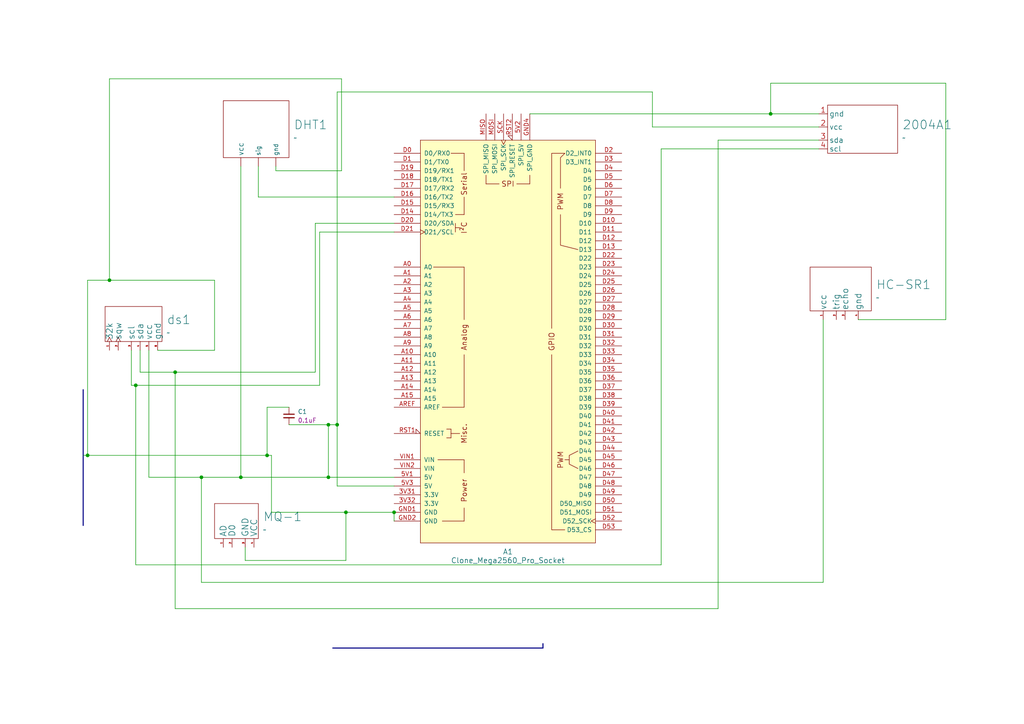
<source format=kicad_sch>
(kicad_sch (version 20250114) (generator "eeschema") (generator_version "9.0")
  (paper "A4")
  (lib_symbols
    (symbol "PCM_4ms_Capacitor:100nF_0603_16V" (pin_numbers (hide yes)) (pin_names (offset 0.254) (hide yes))
      (property "Reference" "C" (at 1.905 1.27 0))
      (property "Display" "0.1uF" (at 1.905 -1.27 0))
      (symbol "100nF_0603_16V_0_1"
        (polyline (pts (xy -1.524 0.508) (xy 1.524 0.508)) (stroke (width 0.3048)))
        (polyline (pts (xy -1.524 -0.508) (xy 1.524 -0.508)) (stroke (width 0.3302)))
      )
      (symbol "100nF_0603_16V_1_1"
        (pin passive line (at 0 2.54 270) (length 2.032) (name "~") (number "1"))
        (pin passive line (at 0 -2.54 90) (length 2.032) (name "~") (number "2"))
      )
    )
    (symbol "PCM_arduino-library:Clone_Mega2560_Pro_Socket" (pin_names (offset 1.016))
      (property "Reference" "A" (at 0 -62.23 0))
      (property "Value" "Clone_Mega2560_Pro_Socket" (at 0 -66.04 0))
      (symbol "Clone_Mega2560_Pro_Socket_0_0"
        (rectangle (start -25.4 -58.42) (end 25.4 58.42) (fill (type background)))
        (polyline (pts (xy -21.59 21.59) (xy -12.7 21.59)))
        (rectangle (start -20.32 -34.29) (end -12.7 -34.29))
        (rectangle (start -19.05 -19.05) (end -12.7 -19.05))
        (rectangle (start -19.05 -52.07) (end -12.7 -52.07))
        (rectangle (start -17.78 -25.4) (end -16.51 -25.4))
        (rectangle (start -17.78 -27.94) (end -16.51 -27.94))
        (rectangle (start -16.51 54.61) (end -12.7 54.61))
        (rectangle (start -16.51 -25.4) (end -16.51 -27.94))
        (rectangle (start -16.51 -26.67) (end -13.97 -26.67))
        (rectangle (start -15.24 36.83) (end -12.7 36.83))
        (rectangle (start -15.24 34.29) (end -15.24 31.75))
        (rectangle (start -15.24 33.02) (end -13.97 33.02))
        (rectangle (start -12.7 49.53) (end -12.7 54.61))
        (rectangle (start -12.7 41.91) (end -12.7 36.83))
        (polyline (pts (xy -12.7 6.35) (xy -12.7 21.59)))
        (polyline (pts (xy -12.7 -19.05) (xy -12.7 -3.81)))
        (rectangle (start -12.7 -34.29) (end -12.7 -38.1))
        (rectangle (start -12.7 -48.26) (end -12.7 -52.07))
        (rectangle (start -6.35 48.26) (end -6.35 45.72))
        (rectangle (start -2.54 45.72) (end -6.35 45.72))
        (rectangle (start 6.35 48.26) (end 6.35 45.72))
        (rectangle (start 6.35 45.72) (end 2.54 45.72))
        (polyline (pts (xy 12.7 54.61) (xy 16.51 54.61)))
        (polyline (pts (xy 12.7 -54.61) (xy 16.51 -54.61)))
        (polyline (pts (xy 15.24 44.45) (xy 15.24 53.34) (xy 16.51 54.61)))
        (polyline (pts (xy 15.24 36.83) (xy 15.24 27.94) (xy 20.32 26.67)))
        (polyline (pts (xy 17.78 -34.29) (xy 16.51 -34.29)))
        (polyline (pts (xy 20.32 -31.75) (xy 17.78 -33.02) (xy 17.78 -35.56) (xy 20.32 -36.83)))
        (text "Serial" (at -12.7 45.72 900) (effects (font (size 1.524 1.524))))
        (text "I²C" (at -12.7 33.02 900) (effects (font (size 1.524 1.524))))
        (text "Analog" (at -12.7 1.27 900) (effects (font (size 1.524 1.524))))
        (text "Misc." (at -12.7 -26.67 900) (effects (font (size 1.524 1.524))))
        (text "Power" (at -12.7 -43.18 900) (effects (font (size 1.524 1.524))))
        (text "SPI" (at 0 45.72 0) (effects (font (size 1.524 1.524))))
        (text "PWM" (at 15.24 40.64 900) (effects (font (size 1.524 1.524))))
        (text "PWM" (at 15.24 -34.29 900) (effects (font (size 1.524 1.524))))
      )
      (symbol "Clone_Mega2560_Pro_Socket_1_0"
        (rectangle (start 12.7 54.61) (end 12.7 3.81))
        (rectangle (start 12.7 -54.61) (end 12.7 -3.81))
        (text "GPIO" (at 12.7 0 900) (effects (font (size 1.524 1.524))))
      )
      (symbol "Clone_Mega2560_Pro_Socket_1_1"
        (pin bidirectional line (at -33.02 54.61 0) (length 7.62) (name "D0/RX0") (number "D0"))
        (pin bidirectional line (at -33.02 52.07 0) (length 7.62) (name "D1/TX0") (number "D1"))
        (pin bidirectional line (at -33.02 49.53 0) (length 7.62) (name "D19/RX1") (number "D19"))
        (pin bidirectional line (at -33.02 46.99 0) (length 7.62) (name "D18/TX1") (number "D18"))
        (pin bidirectional line (at -33.02 44.45 0) (length 7.62) (name "D17/RX2") (number "D17"))
        (pin bidirectional line (at -33.02 41.91 0) (length 7.62) (name "D16/TX2") (number "D16"))
        (pin bidirectional line (at -33.02 39.37 0) (length 7.62) (name "D15/RX3") (number "D15"))
        (pin bidirectional line (at -33.02 36.83 0) (length 7.62) (name "D14/TX3") (number "D14"))
        (pin bidirectional line (at -33.02 34.29 0) (length 7.62) (name "D20/SDA") (number "D20"))
        (pin bidirectional clock (at -33.02 31.75 0) (length 7.62) (name "D21/SCL") (number "D21"))
        (pin bidirectional line (at -33.02 21.59 0) (length 7.62) (name "A0") (number "A0"))
        (pin bidirectional line (at -33.02 19.05 0) (length 7.62) (name "A1") (number "A1"))
        (pin bidirectional line (at -33.02 16.51 0) (length 7.62) (name "A2") (number "A2"))
        (pin bidirectional line (at -33.02 13.97 0) (length 7.62) (name "A3") (number "A3"))
        (pin bidirectional line (at -33.02 11.43 0) (length 7.62) (name "A4") (number "A4"))
        (pin bidirectional line (at -33.02 8.89 0) (length 7.62) (name "A5") (number "A5"))
        (pin bidirectional line (at -33.02 6.35 0) (length 7.62) (name "A6") (number "A6"))
        (pin bidirectional line (at -33.02 3.81 0) (length 7.62) (name "A7") (number "A7"))
        (pin bidirectional line (at -33.02 1.27 0) (length 7.62) (name "A8") (number "A8"))
        (pin bidirectional line (at -33.02 -1.27 0) (length 7.62) (name "A9") (number "A9"))
        (pin bidirectional line (at -33.02 -3.81 0) (length 7.62) (name "A10") (number "A10"))
        (pin bidirectional line (at -33.02 -6.35 0) (length 7.62) (name "A11") (number "A11"))
        (pin bidirectional line (at -33.02 -8.89 0) (length 7.62) (name "A12") (number "A12"))
        (pin bidirectional line (at -33.02 -11.43 0) (length 7.62) (name "A13") (number "A13"))
        (pin bidirectional line (at -33.02 -13.97 0) (length 7.62) (name "A14") (number "A14"))
        (pin bidirectional line (at -33.02 -16.51 0) (length 7.62) (name "A15") (number "A15"))
        (pin input line (at -33.02 -19.05 0) (length 7.62) (name "AREF") (number "AREF"))
        (pin open_collector input_low (at -33.02 -26.67 0) (length 7.62) (name "RESET") (number "RST1"))
        (pin power_in line (at -33.02 -34.29 0) (length 7.62) (name "VIN") (number "VIN1"))
        (pin power_in line (at -33.02 -36.83 0) (length 7.62) (name "VIN") (number "VIN2"))
        (pin power_in line (at -33.02 -39.37 0) (length 7.62) (name "5V") (number "5V1"))
        (pin power_in line (at -33.02 -41.91 0) (length 7.62) (name "5V") (number "5V3"))
        (pin power_out line (at -33.02 -44.45 0) (length 7.62) (name "3.3V") (number "3V31"))
        (pin power_out line (at -33.02 -46.99 0) (length 7.62) (name "3.3V") (number "3V32"))
        (pin power_in line (at -33.02 -49.53 0) (length 7.62) (name "GND") (number "GND1"))
        (pin power_in line (at -33.02 -52.07 0) (length 7.62) (name "GND") (number "GND2"))
        (pin input line (at -6.35 66.04 270) (length 7.62) (name "SPI_MISO") (number "MISO"))
        (pin output line (at -3.81 66.04 270) (length 7.62) (name "SPI_MOSI") (number "MOSI"))
        (pin output clock (at -1.27 66.04 270) (length 7.62) (name "SPI_SCK") (number "SCK"))
        (pin open_collector input_low (at 1.27 66.04 270) (length 7.62) (name "SPI_RESET") (number "RST2"))
        (pin power_in line (at 3.81 66.04 270) (length 7.62) (name "SPI_5V") (number "5V2"))
        (pin power_in line (at 6.35 66.04 270) (length 7.62) (name "SPI_GND") (number "GND4"))
        (pin bidirectional line (at 33.02 54.61 180) (length 7.62) (name "D2_INT0") (number "D2"))
        (pin bidirectional line (at 33.02 52.07 180) (length 7.62) (name "D3_INT1") (number "D3"))
        (pin bidirectional line (at 33.02 49.53 180) (length 7.62) (name "D4") (number "D4"))
        (pin bidirectional line (at 33.02 46.99 180) (length 7.62) (name "D5") (number "D5"))
        (pin bidirectional line (at 33.02 44.45 180) (length 7.62) (name "D6") (number "D6"))
        (pin bidirectional line (at 33.02 41.91 180) (length 7.62) (name "D7") (number "D7"))
        (pin bidirectional line (at 33.02 39.37 180) (length 7.62) (name "D8") (number "D8"))
        (pin bidirectional line (at 33.02 36.83 180) (length 7.62) (name "D9") (number "D9"))
        (pin bidirectional line (at 33.02 34.29 180) (length 7.62) (name "D10") (number "D10"))
        (pin bidirectional line (at 33.02 31.75 180) (length 7.62) (name "D11") (number "D11"))
        (pin bidirectional line (at 33.02 29.21 180) (length 7.62) (name "D12") (number "D12"))
        (pin bidirectional line (at 33.02 26.67 180) (length 7.62) (name "D13") (number "D13"))
        (pin bidirectional line (at 33.02 24.13 180) (length 7.62) (name "D22") (number "D22"))
        (pin bidirectional line (at 33.02 21.59 180) (length 7.62) (name "D23") (number "D23"))
        (pin bidirectional line (at 33.02 19.05 180) (length 7.62) (name "D24") (number "D24"))
        (pin bidirectional line (at 33.02 16.51 180) (length 7.62) (name "D25") (number "D25"))
        (pin bidirectional line (at 33.02 13.97 180) (length 7.62) (name "D26") (number "D26"))
        (pin bidirectional line (at 33.02 11.43 180) (length 7.62) (name "D27") (number "D27"))
        (pin bidirectional line (at 33.02 8.89 180) (length 7.62) (name "D28") (number "D28"))
        (pin bidirectional line (at 33.02 6.35 180) (length 7.62) (name "D29") (number "D29"))
        (pin bidirectional line (at 33.02 3.81 180) (length 7.62) (name "D30") (number "D30"))
        (pin bidirectional line (at 33.02 1.27 180) (length 7.62) (name "D31") (number "D31"))
        (pin bidirectional line (at 33.02 -1.27 180) (length 7.62) (name "D32") (number "D32"))
        (pin bidirectional line (at 33.02 -3.81 180) (length 7.62) (name "D33") (number "D33"))
        (pin bidirectional line (at 33.02 -6.35 180) (length 7.62) (name "D34") (number "D34"))
        (pin bidirectional line (at 33.02 -8.89 180) (length 7.62) (name "D35") (number "D35"))
        (pin bidirectional line (at 33.02 -11.43 180) (length 7.62) (name "D36") (number "D36"))
        (pin bidirectional line (at 33.02 -13.97 180) (length 7.62) (name "D37") (number "D37"))
        (pin bidirectional line (at 33.02 -16.51 180) (length 7.62) (name "D38") (number "D38"))
        (pin bidirectional line (at 33.02 -19.05 180) (length 7.62) (name "D39") (number "D39"))
        (pin bidirectional line (at 33.02 -21.59 180) (length 7.62) (name "D40") (number "D40"))
        (pin bidirectional line (at 33.02 -24.13 180) (length 7.62) (name "D41") (number "D41"))
        (pin bidirectional line (at 33.02 -26.67 180) (length 7.62) (name "D42") (number "D42"))
        (pin bidirectional line (at 33.02 -29.21 180) (length 7.62) (name "D43") (number "D43"))
        (pin bidirectional line (at 33.02 -31.75 180) (length 7.62) (name "D44") (number "D44"))
        (pin bidirectional line (at 33.02 -34.29 180) (length 7.62) (name "D45") (number "D45"))
        (pin bidirectional line (at 33.02 -36.83 180) (length 7.62) (name "D46") (number "D46"))
        (pin bidirectional line (at 33.02 -39.37 180) (length 7.62) (name "D47") (number "D47"))
        (pin bidirectional line (at 33.02 -41.91 180) (length 7.62) (name "D48") (number "D48"))
        (pin bidirectional line (at 33.02 -44.45 180) (length 7.62) (name "D49") (number "D49"))
        (pin bidirectional line (at 33.02 -46.99 180) (length 7.62) (name "D50_MISO") (number "D50"))
        (pin bidirectional line (at 33.02 -49.53 180) (length 7.62) (name "D51_MOSI") (number "D51"))
        (pin bidirectional clock (at 33.02 -52.07 180) (length 7.62) (name "D52_SCK") (number "D52"))
        (pin bidirectional line (at 33.02 -54.61 180) (length 7.62) (name "D53_CS") (number "D53"))
      )
    )
    (symbol "my symbols:2004A"
      (property "Reference" "2004A" (at 8.382 4.826 0))
      (symbol "2004A_0_1"
        (rectangle (start -3.81 11.43) (end 16.51 -2.54))
      )
      (symbol "2004A_1_1"
        (pin input line (at -6.35 8.89 0) (length 2.54) (name "gnd") (number "1"))
        (pin input line (at -6.35 5.08 0) (length 2.54) (name "vcc") (number "2"))
        (pin bidirectional line (at -6.35 1.27 0) (length 2.54) (name "sda") (number "3"))
        (pin bidirectional line (at -6.35 -1.27 0) (length 2.54) (name "scl") (number "4"))
      )
    )
    (symbol "my symbols:DHT11"
      (property "Reference" "DHT11" (at -2.54 2.286 0))
      (symbol "DHT11_1_1"
        (rectangle (start -12.7 7.62) (end 6.35 -8.89))
        (pin input line (at -7.62 -11.43 90) (length 2.54) (name "vcc") (number ""))
        (pin output line (at -2.54 -11.43 90) (length 2.54) (name "sig") (number ""))
        (pin input line (at 2.54 -11.43 90) (length 2.54) (name "gnd") (number ""))
      )
    )
    (symbol "my symbols:DS3231"
      (property "Reference" "ds3231" (at 0 2.54 0))
      (symbol "DS3231_0_1"
        (rectangle (start -7.62 5.08) (end 8.89 -5.08))
      )
      (symbol "DS3231_1_1"
        (pin output clock (at -6.35 -7.62 90) (length 2.54) (name "32k") (number "1"))
        (pin output clock (at -3.81 -7.62 90) (length 2.54) (name "sqw") (number "2"))
        (pin bidirectional line (at 0 -7.62 90) (length 2.54) (name "scl") (number "3"))
        (pin bidirectional line (at 2.54 -7.62 90) (length 2.54) (name "sda") (number "4"))
        (pin input line (at 5.08 -7.62 90) (length 2.54) (name "vcc") (number "5"))
        (pin input line (at 7.62 -7.62 90) (length 2.54) (name "gnd") (number "6"))
      )
    )
    (symbol "my symbols:HC-SR04" (pin_names (offset 0.254))
      (property "Reference" "HC-SR04" (at 0 6.096 0))
      (symbol "HC-SR04_0_1"
        (rectangle (start -8.89 10.16) (end 8.89 -2.54))
      )
      (symbol "HC-SR04_1_1"
        (pin input line (at -5.08 -5.08 90) (length 2.54) (name "vcc") (number "1"))
        (pin input line (at -1.27 -5.08 90) (length 2.54) (name "trig") (number "2"))
        (pin output line (at 1.27 -5.08 90) (length 2.54) (name "echo") (number "3"))
        (pin input line (at 5.08 -5.08 90) (length 2.54) (name "gnd") (number "4"))
      )
    )
    (symbol "my symbols:MQ-2"
      (property "Reference" "MQ-2" (at -1.27 4.064 0))
      (symbol "MQ-2_0_1"
        (rectangle (start -7.62 6.35) (end 5.08 -3.81))
      )
      (symbol "MQ-2_1_1"
        (pin input line (at -5.08 -6.35 90) (length 2.54) (name "AD") (number "1"))
        (pin input line (at -2.54 -6.35 90) (length 2.54) (name "D0") (number "2"))
        (pin input line (at 1.27 -6.35 90) (length 2.54) (name "GND") (number "3"))
        (pin input line (at 3.81 -6.35 90) (length 2.54) (name "VCC") (number "4"))
      )
    )
  )
  (junction (at 223.52 33.02))
  (junction (at 114.3 148.59))
  (junction (at 95.25 123.19))
  (junction (at 39.37 111.76))
  (junction (at 58.42 138.43))
  (junction (at 77.47 132.08))
  (junction (at 97.79 123.19))
  (junction (at 69.85 138.43))
  (junction (at 31.75 81.28))
  (junction (at 25.4 132.08))
  (junction (at 50.8 107.95))
  (junction (at 100.33 148.59))
  (junction (at 95.25 138.43))
  (wire (pts (xy 100.33 162.56) (xy 100.33 148.59)))
  (wire (pts (xy 24.13 132.08) (xy 25.4 132.08)))
  (wire (pts (xy 92.71 111.76) (xy 92.71 67.31)))
  (wire (pts (xy 237.49 40.64) (xy 208.28 40.64)))
  (wire (pts (xy 191.77 43.18) (xy 191.77 163.83)))
  (wire (pts (xy 77.47 132.08) (xy 77.47 118.11)))
  (wire (pts (xy 69.85 138.43) (xy 95.25 138.43)))
  (wire (pts (xy 99.06 22.86) (xy 31.75 22.86)))
  (wire (pts (xy 189.23 36.83) (xy 189.23 26.67)))
  (wire (pts (xy 92.71 67.31) (xy 114.3 67.31)))
  (wire (pts (xy 274.32 92.71) (xy 274.32 24.13)))
  (wire (pts (xy 71.12 158.75) (xy 71.12 162.56)))
  (wire (pts (xy 191.77 163.83) (xy 39.37 163.83)))
  (wire (pts (xy 39.37 111.76) (xy 39.37 163.83)))
  (bus (pts (xy 24.13 113.03) (xy 24.13 152.4)))
  (wire (pts (xy 114.3 148.59) (xy 114.3 151.13)))
  (wire (pts (xy 248.92 92.71) (xy 274.32 92.71)))
  (wire (pts (xy 91.44 107.95) (xy 91.44 64.77)))
  (wire (pts (xy 97.79 140.97) (xy 114.3 140.97)))
  (wire (pts (xy 31.75 22.86) (xy 31.75 81.28)))
  (wire (pts (xy 153.67 33.02) (xy 223.52 33.02)))
  (wire (pts (xy 40.64 107.95) (xy 50.8 107.95)))
  (wire (pts (xy 238.76 92.71) (xy 238.76 168.91)))
  (wire (pts (xy 38.1 101.6) (xy 38.1 111.76)))
  (wire (pts (xy 74.93 57.15) (xy 114.3 57.15)))
  (wire (pts (xy 74.93 48.26) (xy 74.93 57.15)))
  (wire (pts (xy 97.79 123.19) (xy 97.79 140.97)))
  (wire (pts (xy 62.23 81.28) (xy 31.75 81.28)))
  (wire (pts (xy 58.42 168.91) (xy 58.42 138.43)))
  (wire (pts (xy 95.25 138.43) (xy 95.25 123.19)))
  (wire (pts (xy 80.01 49.53) (xy 99.06 49.53)))
  (bus (pts (xy 96.52 187.96) (xy 157.48 187.96)))
  (wire (pts (xy 25.4 81.28) (xy 25.4 132.08)))
  (wire (pts (xy 77.47 132.08) (xy 78.74 132.08)))
  (wire (pts (xy 223.52 33.02) (xy 237.49 33.02)))
  (wire (pts (xy 71.12 162.56) (xy 100.33 162.56)))
  (bus (pts (xy 157.48 186.69) (xy 157.48 187.96)))
  (wire (pts (xy 58.42 138.43) (xy 69.85 138.43)))
  (wire (pts (xy 91.44 64.77) (xy 114.3 64.77)))
  (wire (pts (xy 80.01 48.26) (xy 80.01 49.53)))
  (wire (pts (xy 38.1 111.76) (xy 39.37 111.76)))
  (wire (pts (xy 238.76 168.91) (xy 58.42 168.91)))
  (wire (pts (xy 237.49 36.83) (xy 189.23 36.83)))
  (wire (pts (xy 69.85 48.26) (xy 69.85 138.43)))
  (wire (pts (xy 100.33 148.59) (xy 78.74 148.59)))
  (wire (pts (xy 31.75 81.28) (xy 25.4 81.28)))
  (wire (pts (xy 43.18 138.43) (xy 58.42 138.43)))
  (wire (pts (xy 62.23 101.6) (xy 62.23 81.28)))
  (wire (pts (xy 95.25 123.19) (xy 97.79 123.19)))
  (wire (pts (xy 208.28 176.53) (xy 50.8 176.53)))
  (wire (pts (xy 78.74 148.59) (xy 78.74 132.08)))
  (wire (pts (xy 97.79 26.67) (xy 97.79 123.19)))
  (wire (pts (xy 50.8 107.95) (xy 91.44 107.95)))
  (wire (pts (xy 274.32 24.13) (xy 223.52 24.13)))
  (wire (pts (xy 45.72 101.6) (xy 62.23 101.6)))
  (wire (pts (xy 223.52 24.13) (xy 223.52 33.02)))
  (wire (pts (xy 39.37 111.76) (xy 92.71 111.76)))
  (wire (pts (xy 114.3 148.59) (xy 100.33 148.59)))
  (wire (pts (xy 40.64 101.6) (xy 40.64 107.95)))
  (wire (pts (xy 208.28 40.64) (xy 208.28 176.53)))
  (wire (pts (xy 43.18 101.6) (xy 43.18 138.43)))
  (wire (pts (xy 25.4 132.08) (xy 77.47 132.08)))
  (wire (pts (xy 95.25 123.19) (xy 83.82 123.19)))
  (wire (pts (xy 99.06 49.53) (xy 99.06 22.86)))
  (wire (pts (xy 237.49 43.18) (xy 191.77 43.18)))
  (wire (pts (xy 189.23 26.67) (xy 97.79 26.67)))
  (wire (pts (xy 50.8 176.53) (xy 50.8 107.95)))
  (wire (pts (xy 77.47 118.11) (xy 83.82 118.11)))
  (wire (pts (xy 95.25 138.43) (xy 114.3 138.43)))
  (symbol (lib_id "my symbols:DHT11") (at 77.47 36.83 0) (unit 1)
    (property "Reference" "DHT1" (at 85.09 36.1949 0) (effects (font (size 2.54 2.54)) (justify left)))
    (property "Value" "~" (at 85.09 40.0049 0) (effects (justify left)))
  )
  (symbol (lib_id "PCM_arduino-library:Clone_Mega2560_Pro_Socket") (at 147.32 99.06 0) (unit 1)
    (property "Reference" "A1" (at 147.32 160.02 0) (effects (font (size 1.524 1.524))))
    (property "Value" "Clone_Mega2560_Pro_Socket" (at 147.32 162.56 0) (effects (font (size 1.524 1.524))))
    (property "Footprint" "PCM_arduino-library:Clone_Mega2560_Pro_Socket" (effects (hide yes)))
    (property "Datasheet" "https://www.pcboard.ca/mega-2560-pro" (effects (hide yes)))
    (property "Description" "Socket for Common Unofficial Mega2560 Pro Clone" (effects (hide yes)))
  )
  (symbol (lib_id "my symbols:2004A") (at 243.84 41.91 0) (unit 1)
    (property "Reference" "2004A1" (at 261.62 36.1949 0) (effects (font (size 2.54 2.54)) (justify left)))
    (property "Value" "~" (at 261.62 40.0049 0) (effects (justify left)))
  )
  (symbol (lib_id "my symbols:HC-SR04") (at 243.84 87.63 0) (unit 1)
    (property "Reference" "HC-SR1" (at 254 82.5499 0) (effects (font (size 2.54 2.54)) (justify left)))
    (property "Value" "~" (at 254 86.3599 0) (effects (justify left)))
  )
  (symbol (lib_id "my symbols:DS3231") (at 38.1 93.98 0) (unit 1)
    (property "Reference" "ds1" (at 48.26 92.7099 0) (effects (font (size 2.54 2.54)) (justify left)))
    (property "Value" "~" (at 48.26 96.5199 0) (effects (justify left)))
  )
  (symbol (lib_id "my symbols:MQ-2") (at 69.85 152.4 0) (unit 1)
    (property "Reference" "MQ-1" (at 76.2 149.8599 0) (effects (font (size 2.54 2.54)) (justify left)))
    (property "Value" "~" (at 76.2 153.6699 0) (effects (justify left)))
  )
  (symbol (lib_id "PCM_4ms_Capacitor:100nF_0603_16V") (at 83.82 120.65 0) (unit 1)
    (property "Reference" "C1" (at 86.36 119.3862 0) (effects (justify left)))
    (property "Value" "100nF_0603_16V" (effects (hide yes)))
    (property "Footprint" "4ms_Capacitor:C_0603" (effects (hide yes)))
    (property "Description" "0.1uF, Min. 16V 10%, X7R or X5R or similar" (effects (hide yes)))
    (property "Specifications" "0.1uF, Min. 16V 10%, X7R or X5R or similar" (effects (hide yes)))
    (property "Manufacturer" "AVX Corporation" (effects (hide yes)))
    (property "Part Number" "0603YC104KAT2A" (effects (hide yes)))
    (property "Display" "0.1uF" (at 86.36 121.9262 0) (effects (justify left)))
    (property "JLCPCB ID" "C14663" (effects (hide yes)))
  )
)
</source>
